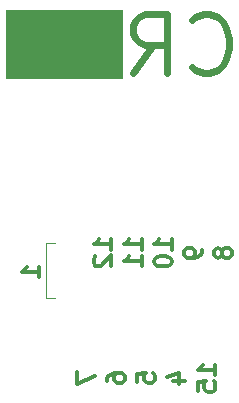
<source format=gbr>
G04 #@! TF.GenerationSoftware,KiCad,Pcbnew,(5.1.4)-1*
G04 #@! TF.CreationDate,2022-04-04T21:48:15-04:00*
G04 #@! TF.ProjectId,CR23 adapter,43523233-2061-4646-9170-7465722e6b69,rev?*
G04 #@! TF.SameCoordinates,Original*
G04 #@! TF.FileFunction,Legend,Bot*
G04 #@! TF.FilePolarity,Positive*
%FSLAX46Y46*%
G04 Gerber Fmt 4.6, Leading zero omitted, Abs format (unit mm)*
G04 Created by KiCad (PCBNEW (5.1.4)-1) date 2022-04-04 21:48:15*
%MOMM*%
%LPD*%
G04 APERTURE LIST*
%ADD10C,0.600000*%
%ADD11C,0.100000*%
%ADD12C,0.300000*%
%ADD13C,0.120000*%
G04 APERTURE END LIST*
D10*
X69027380Y-52160714D02*
X69265476Y-52398809D01*
X69979761Y-52636904D01*
X70455952Y-52636904D01*
X71170238Y-52398809D01*
X71646428Y-51922619D01*
X71884523Y-51446428D01*
X72122619Y-50494047D01*
X72122619Y-49779761D01*
X71884523Y-48827380D01*
X71646428Y-48351190D01*
X71170238Y-47875000D01*
X70455952Y-47636904D01*
X69979761Y-47636904D01*
X69265476Y-47875000D01*
X69027380Y-48113095D01*
X64027380Y-52636904D02*
X65694047Y-50255952D01*
X66884523Y-52636904D02*
X66884523Y-47636904D01*
X64979761Y-47636904D01*
X64503571Y-47875000D01*
X64265476Y-48113095D01*
X64027380Y-48589285D01*
X64027380Y-49303571D01*
X64265476Y-49779761D01*
X64503571Y-50017857D01*
X64979761Y-50255952D01*
X66884523Y-50255952D01*
D11*
G36*
X63075000Y-53050000D02*
G01*
X53275000Y-53050000D01*
X53275000Y-47275000D01*
X63075000Y-47275000D01*
X63075000Y-53050000D01*
G37*
X63075000Y-53050000D02*
X53275000Y-53050000D01*
X53275000Y-47275000D01*
X63075000Y-47275000D01*
X63075000Y-53050000D01*
D12*
X56078571Y-69903571D02*
X56078571Y-69046428D01*
X56078571Y-69475000D02*
X54578571Y-69475000D01*
X54792857Y-69332142D01*
X54935714Y-69189285D01*
X55007142Y-69046428D01*
D13*
X56600000Y-67075000D02*
X57400000Y-67075000D01*
X56600000Y-71675000D02*
X56600000Y-67075000D01*
X57400000Y-71675000D02*
X56600000Y-71675000D01*
D12*
X62178571Y-67589285D02*
X62178571Y-66732142D01*
X62178571Y-67160714D02*
X60678571Y-67160714D01*
X60892857Y-67017857D01*
X61035714Y-66875000D01*
X61107142Y-66732142D01*
X60821428Y-68160714D02*
X60750000Y-68232142D01*
X60678571Y-68375000D01*
X60678571Y-68732142D01*
X60750000Y-68875000D01*
X60821428Y-68946428D01*
X60964285Y-69017857D01*
X61107142Y-69017857D01*
X61321428Y-68946428D01*
X62178571Y-68089285D01*
X62178571Y-69017857D01*
X64728571Y-67589285D02*
X64728571Y-66732142D01*
X64728571Y-67160714D02*
X63228571Y-67160714D01*
X63442857Y-67017857D01*
X63585714Y-66875000D01*
X63657142Y-66732142D01*
X64728571Y-69017857D02*
X64728571Y-68160714D01*
X64728571Y-68589285D02*
X63228571Y-68589285D01*
X63442857Y-68446428D01*
X63585714Y-68303571D01*
X63657142Y-68160714D01*
X67278571Y-67589285D02*
X67278571Y-66732142D01*
X67278571Y-67160714D02*
X65778571Y-67160714D01*
X65992857Y-67017857D01*
X66135714Y-66875000D01*
X66207142Y-66732142D01*
X65778571Y-68517857D02*
X65778571Y-68660714D01*
X65850000Y-68803571D01*
X65921428Y-68875000D01*
X66064285Y-68946428D01*
X66350000Y-69017857D01*
X66707142Y-69017857D01*
X66992857Y-68946428D01*
X67135714Y-68875000D01*
X67207142Y-68803571D01*
X67278571Y-68660714D01*
X67278571Y-68517857D01*
X67207142Y-68375000D01*
X67135714Y-68303571D01*
X66992857Y-68232142D01*
X66707142Y-68160714D01*
X66350000Y-68160714D01*
X66064285Y-68232142D01*
X65921428Y-68303571D01*
X65850000Y-68375000D01*
X65778571Y-68517857D01*
X69828571Y-67589285D02*
X69828571Y-67875000D01*
X69757142Y-68017857D01*
X69685714Y-68089285D01*
X69471428Y-68232142D01*
X69185714Y-68303571D01*
X68614285Y-68303571D01*
X68471428Y-68232142D01*
X68400000Y-68160714D01*
X68328571Y-68017857D01*
X68328571Y-67732142D01*
X68400000Y-67589285D01*
X68471428Y-67517857D01*
X68614285Y-67446428D01*
X68971428Y-67446428D01*
X69114285Y-67517857D01*
X69185714Y-67589285D01*
X69257142Y-67732142D01*
X69257142Y-68017857D01*
X69185714Y-68160714D01*
X69114285Y-68232142D01*
X68971428Y-68303571D01*
X71521428Y-67732142D02*
X71450000Y-67589285D01*
X71378571Y-67517857D01*
X71235714Y-67446428D01*
X71164285Y-67446428D01*
X71021428Y-67517857D01*
X70950000Y-67589285D01*
X70878571Y-67732142D01*
X70878571Y-68017857D01*
X70950000Y-68160714D01*
X71021428Y-68232142D01*
X71164285Y-68303571D01*
X71235714Y-68303571D01*
X71378571Y-68232142D01*
X71450000Y-68160714D01*
X71521428Y-68017857D01*
X71521428Y-67732142D01*
X71592857Y-67589285D01*
X71664285Y-67517857D01*
X71807142Y-67446428D01*
X72092857Y-67446428D01*
X72235714Y-67517857D01*
X72307142Y-67589285D01*
X72378571Y-67732142D01*
X72378571Y-68017857D01*
X72307142Y-68160714D01*
X72235714Y-68232142D01*
X72092857Y-68303571D01*
X71807142Y-68303571D01*
X71664285Y-68232142D01*
X71592857Y-68160714D01*
X71521428Y-68017857D01*
X59278571Y-77975000D02*
X59278571Y-78975000D01*
X60778571Y-78332142D01*
X61828571Y-78760714D02*
X61828571Y-78475000D01*
X61900000Y-78332142D01*
X61971428Y-78260714D01*
X62185714Y-78117857D01*
X62471428Y-78046428D01*
X63042857Y-78046428D01*
X63185714Y-78117857D01*
X63257142Y-78189285D01*
X63328571Y-78332142D01*
X63328571Y-78617857D01*
X63257142Y-78760714D01*
X63185714Y-78832142D01*
X63042857Y-78903571D01*
X62685714Y-78903571D01*
X62542857Y-78832142D01*
X62471428Y-78760714D01*
X62400000Y-78617857D01*
X62400000Y-78332142D01*
X62471428Y-78189285D01*
X62542857Y-78117857D01*
X62685714Y-78046428D01*
X64378571Y-78832142D02*
X64378571Y-78117857D01*
X65092857Y-78046428D01*
X65021428Y-78117857D01*
X64950000Y-78260714D01*
X64950000Y-78617857D01*
X65021428Y-78760714D01*
X65092857Y-78832142D01*
X65235714Y-78903571D01*
X65592857Y-78903571D01*
X65735714Y-78832142D01*
X65807142Y-78760714D01*
X65878571Y-78617857D01*
X65878571Y-78260714D01*
X65807142Y-78117857D01*
X65735714Y-78046428D01*
X67428571Y-78760714D02*
X68428571Y-78760714D01*
X66857142Y-78403571D02*
X67928571Y-78046428D01*
X67928571Y-78975000D01*
X70978571Y-78189285D02*
X70978571Y-77332142D01*
X70978571Y-77760714D02*
X69478571Y-77760714D01*
X69692857Y-77617857D01*
X69835714Y-77475000D01*
X69907142Y-77332142D01*
X69478571Y-79546428D02*
X69478571Y-78832142D01*
X70192857Y-78760714D01*
X70121428Y-78832142D01*
X70050000Y-78975000D01*
X70050000Y-79332142D01*
X70121428Y-79475000D01*
X70192857Y-79546428D01*
X70335714Y-79617857D01*
X70692857Y-79617857D01*
X70835714Y-79546428D01*
X70907142Y-79475000D01*
X70978571Y-79332142D01*
X70978571Y-78975000D01*
X70907142Y-78832142D01*
X70835714Y-78760714D01*
M02*

</source>
